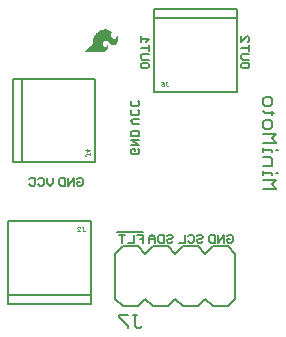
<source format=gbr>
G04 EAGLE Gerber RS-274X export*
G75*
%MOMM*%
%FSLAX34Y34*%
%LPD*%
%INSilkscreen Bottom*%
%IPPOS*%
%AMOC8*
5,1,8,0,0,1.08239X$1,22.5*%
G01*
%ADD10C,0.127000*%
%ADD11C,0.203200*%
%ADD12C,0.025400*%
%ADD13C,0.152400*%

G36*
X78694Y215777D02*
X78694Y215777D01*
X78700Y215775D01*
X79531Y215845D01*
X79542Y215851D01*
X79557Y215850D01*
X80356Y216090D01*
X80366Y216098D01*
X80380Y216100D01*
X81112Y216501D01*
X81120Y216511D01*
X81133Y216516D01*
X81683Y216986D01*
X81688Y216997D01*
X81700Y217004D01*
X82145Y217574D01*
X82148Y217586D01*
X82158Y217596D01*
X82479Y218244D01*
X82480Y218256D01*
X82488Y218268D01*
X82672Y218967D01*
X82671Y218978D01*
X82676Y218989D01*
X82749Y219929D01*
X82747Y219938D01*
X82750Y219945D01*
X82749Y219947D01*
X82749Y219949D01*
X82676Y220889D01*
X82674Y220893D01*
X82675Y220899D01*
X82599Y221382D01*
X82574Y221421D01*
X82553Y221461D01*
X82549Y221462D01*
X82547Y221465D01*
X82502Y221475D01*
X82458Y221487D01*
X82454Y221485D01*
X82450Y221486D01*
X82412Y221461D01*
X82373Y221438D01*
X82372Y221433D01*
X82369Y221431D01*
X82360Y221390D01*
X82348Y221350D01*
X82364Y221192D01*
X82336Y221054D01*
X82265Y220921D01*
X81666Y220097D01*
X81600Y220029D01*
X81552Y219979D01*
X81414Y219907D01*
X80999Y219814D01*
X80571Y219814D01*
X80155Y219907D01*
X79751Y220113D01*
X79423Y220426D01*
X79058Y221032D01*
X78851Y221710D01*
X78816Y222421D01*
X78913Y223031D01*
X79111Y223617D01*
X79404Y224160D01*
X79769Y224585D01*
X80229Y224900D01*
X80754Y225086D01*
X81310Y225129D01*
X81858Y225027D01*
X82361Y224787D01*
X82796Y224417D01*
X84337Y222964D01*
X84347Y222961D01*
X84353Y222952D01*
X86111Y221765D01*
X86124Y221763D01*
X86134Y221753D01*
X86822Y221473D01*
X86837Y221474D01*
X86852Y221465D01*
X87587Y221366D01*
X87602Y221370D01*
X87619Y221365D01*
X88356Y221452D01*
X88369Y221460D01*
X88387Y221460D01*
X89079Y221727D01*
X89090Y221738D01*
X89107Y221742D01*
X89710Y222173D01*
X89717Y222184D01*
X89729Y222189D01*
X89907Y222378D01*
X89908Y222378D01*
X90146Y222631D01*
X90147Y222631D01*
X90385Y222883D01*
X90387Y222885D01*
X90390Y222893D01*
X90398Y222898D01*
X90958Y223675D01*
X90961Y223685D01*
X90969Y223693D01*
X91357Y224473D01*
X91358Y224485D01*
X91366Y224496D01*
X91597Y225336D01*
X91596Y225348D01*
X91602Y225360D01*
X91668Y226228D01*
X91664Y226239D01*
X91668Y226250D01*
X91582Y227150D01*
X91578Y227159D01*
X91579Y227169D01*
X91359Y228047D01*
X91353Y228055D01*
X91352Y228067D01*
X91251Y228295D01*
X91099Y228651D01*
X91099Y228652D01*
X90878Y229156D01*
X90867Y229166D01*
X90862Y229183D01*
X90524Y229618D01*
X90517Y229621D01*
X90513Y229629D01*
X90488Y229654D01*
X90488Y229655D01*
X90487Y229657D01*
X90395Y229692D01*
X90306Y229651D01*
X90273Y229566D01*
X90273Y228963D01*
X90216Y228452D01*
X90077Y227962D01*
X89822Y227481D01*
X89452Y227086D01*
X88992Y226800D01*
X88473Y226643D01*
X88170Y226631D01*
X87870Y226690D01*
X87376Y226896D01*
X86918Y227179D01*
X86508Y227530D01*
X86154Y227942D01*
X85503Y228844D01*
X85254Y229332D01*
X85156Y229862D01*
X85214Y230400D01*
X85279Y230574D01*
X85527Y230935D01*
X85867Y231209D01*
X85970Y231253D01*
X86090Y231269D01*
X86970Y231269D01*
X87011Y231286D01*
X87053Y231300D01*
X87056Y231305D01*
X87061Y231307D01*
X87077Y231348D01*
X87096Y231388D01*
X87094Y231394D01*
X87096Y231399D01*
X87084Y231426D01*
X87068Y231475D01*
X86147Y232601D01*
X86135Y232607D01*
X86128Y232619D01*
X84991Y233526D01*
X84980Y233529D01*
X84972Y233538D01*
X84038Y234040D01*
X84028Y234041D01*
X84020Y234047D01*
X83023Y234405D01*
X83013Y234405D01*
X83004Y234410D01*
X81965Y234617D01*
X81954Y234615D01*
X81944Y234619D01*
X80016Y234680D01*
X80005Y234675D01*
X79993Y234678D01*
X78086Y234390D01*
X78076Y234384D01*
X78064Y234384D01*
X76240Y233756D01*
X76231Y233749D01*
X76219Y233747D01*
X74538Y232800D01*
X74532Y232792D01*
X74521Y232789D01*
X73414Y231904D01*
X73411Y231899D01*
X73406Y231896D01*
X73405Y231894D01*
X73401Y231892D01*
X73048Y231518D01*
X72572Y231013D01*
X72429Y230861D01*
X72426Y230853D01*
X72418Y230847D01*
X71601Y229690D01*
X71599Y229680D01*
X71591Y229672D01*
X70991Y228442D01*
X70990Y228431D01*
X70982Y228421D01*
X70614Y227102D01*
X70616Y227091D01*
X70610Y227080D01*
X70486Y225716D01*
X70488Y225711D01*
X70486Y225705D01*
X70486Y223430D01*
X70421Y223062D01*
X70294Y222711D01*
X69705Y221721D01*
X68923Y220867D01*
X63441Y215995D01*
X63439Y215991D01*
X63434Y215989D01*
X63418Y215947D01*
X63399Y215906D01*
X63401Y215902D01*
X63399Y215897D01*
X63418Y215856D01*
X63433Y215814D01*
X63438Y215812D01*
X63440Y215808D01*
X63513Y215779D01*
X63524Y215775D01*
X63525Y215775D01*
X78689Y215775D01*
X78694Y215777D01*
G37*
D10*
X112826Y63373D02*
X90374Y63373D01*
X112191Y60839D02*
X112191Y53975D01*
X112191Y60839D02*
X107615Y60839D01*
X109903Y57407D02*
X112191Y57407D01*
X104707Y60839D02*
X104707Y53975D01*
X100131Y53975D01*
X94935Y53975D02*
X94935Y60839D01*
X97223Y60839D02*
X92647Y60839D01*
X133015Y59695D02*
X134159Y60839D01*
X136447Y60839D01*
X137591Y59695D01*
X137591Y58551D01*
X136447Y57407D01*
X134159Y57407D01*
X133015Y56263D01*
X133015Y55119D01*
X134159Y53975D01*
X136447Y53975D01*
X137591Y55119D01*
X130107Y53975D02*
X130107Y60839D01*
X130107Y53975D02*
X126675Y53975D01*
X125531Y55119D01*
X125531Y59695D01*
X126675Y60839D01*
X130107Y60839D01*
X122623Y58551D02*
X122623Y53975D01*
X122623Y58551D02*
X120335Y60839D01*
X118047Y58551D01*
X118047Y53975D01*
X118047Y57407D02*
X122623Y57407D01*
X158415Y59695D02*
X159559Y60839D01*
X161847Y60839D01*
X162991Y59695D01*
X162991Y58551D01*
X161847Y57407D01*
X159559Y57407D01*
X158415Y56263D01*
X158415Y55119D01*
X159559Y53975D01*
X161847Y53975D01*
X162991Y55119D01*
X152075Y60839D02*
X150931Y59695D01*
X152075Y60839D02*
X154363Y60839D01*
X155507Y59695D01*
X155507Y55119D01*
X154363Y53975D01*
X152075Y53975D01*
X150931Y55119D01*
X148023Y53975D02*
X148023Y60839D01*
X148023Y53975D02*
X143447Y53975D01*
X183815Y59695D02*
X184959Y60839D01*
X187247Y60839D01*
X188391Y59695D01*
X188391Y55119D01*
X187247Y53975D01*
X184959Y53975D01*
X183815Y55119D01*
X183815Y57407D01*
X186103Y57407D01*
X180907Y53975D02*
X180907Y60839D01*
X176331Y53975D01*
X176331Y60839D01*
X173423Y60839D02*
X173423Y53975D01*
X169991Y53975D01*
X168847Y55119D01*
X168847Y59695D01*
X169991Y60839D01*
X173423Y60839D01*
X109099Y132541D02*
X107955Y133685D01*
X109099Y132541D02*
X109099Y130253D01*
X107955Y129109D01*
X103379Y129109D01*
X102235Y130253D01*
X102235Y132541D01*
X103379Y133685D01*
X105667Y133685D01*
X105667Y131397D01*
X102235Y136593D02*
X109099Y136593D01*
X102235Y141169D01*
X109099Y141169D01*
X109099Y144077D02*
X102235Y144077D01*
X102235Y147509D01*
X103379Y148653D01*
X107955Y148653D01*
X109099Y147509D01*
X109099Y144077D01*
X109099Y154509D02*
X104523Y154509D01*
X102235Y156797D01*
X104523Y159085D01*
X109099Y159085D01*
X109099Y165425D02*
X107955Y166569D01*
X109099Y165425D02*
X109099Y163137D01*
X107955Y161993D01*
X103379Y161993D01*
X102235Y163137D01*
X102235Y165425D01*
X103379Y166569D01*
X109099Y172909D02*
X107955Y174053D01*
X109099Y172909D02*
X109099Y170621D01*
X107955Y169477D01*
X103379Y169477D01*
X102235Y170621D01*
X102235Y172909D01*
X103379Y174053D01*
X117481Y202711D02*
X117481Y204999D01*
X117481Y202711D02*
X116337Y201567D01*
X111761Y201567D01*
X110617Y202711D01*
X110617Y204999D01*
X111761Y206143D01*
X116337Y206143D01*
X117481Y204999D01*
X117481Y209051D02*
X111761Y209051D01*
X110617Y210195D01*
X110617Y212483D01*
X111761Y213627D01*
X117481Y213627D01*
X117481Y218823D02*
X110617Y218823D01*
X117481Y216535D02*
X117481Y221111D01*
X115193Y224019D02*
X117481Y226307D01*
X110617Y226307D01*
X110617Y224019D02*
X110617Y228595D01*
X202571Y204999D02*
X202571Y202711D01*
X201427Y201567D01*
X196851Y201567D01*
X195707Y202711D01*
X195707Y204999D01*
X196851Y206143D01*
X201427Y206143D01*
X202571Y204999D01*
X202571Y209051D02*
X196851Y209051D01*
X195707Y210195D01*
X195707Y212483D01*
X196851Y213627D01*
X202571Y213627D01*
X202571Y218823D02*
X195707Y218823D01*
X202571Y216535D02*
X202571Y221111D01*
X195707Y224019D02*
X195707Y228595D01*
X195707Y224019D02*
X200283Y228595D01*
X201427Y228595D01*
X202571Y227451D01*
X202571Y225163D01*
X201427Y224019D01*
X57959Y109099D02*
X56815Y107955D01*
X57959Y109099D02*
X60247Y109099D01*
X61391Y107955D01*
X61391Y103379D01*
X60247Y102235D01*
X57959Y102235D01*
X56815Y103379D01*
X56815Y105667D01*
X59103Y105667D01*
X53907Y102235D02*
X53907Y109099D01*
X49331Y102235D01*
X49331Y109099D01*
X46423Y109099D02*
X46423Y102235D01*
X42991Y102235D01*
X41847Y103379D01*
X41847Y107955D01*
X42991Y109099D01*
X46423Y109099D01*
X35991Y109099D02*
X35991Y104523D01*
X33703Y102235D01*
X31415Y104523D01*
X31415Y109099D01*
X25075Y109099D02*
X23931Y107955D01*
X25075Y109099D02*
X27363Y109099D01*
X28507Y107955D01*
X28507Y103379D01*
X27363Y102235D01*
X25075Y102235D01*
X23931Y103379D01*
X17591Y109099D02*
X16447Y107955D01*
X17591Y109099D02*
X19879Y109099D01*
X21023Y107955D01*
X21023Y103379D01*
X19879Y102235D01*
X17591Y102235D01*
X16447Y103379D01*
D11*
X214376Y99787D02*
X225053Y99787D01*
X221494Y103346D01*
X225053Y106905D01*
X214376Y106905D01*
X221494Y111481D02*
X221494Y113261D01*
X214376Y113261D01*
X214376Y115040D02*
X214376Y111481D01*
X225053Y113261D02*
X226833Y113261D01*
X221494Y119277D02*
X214376Y119277D01*
X221494Y119277D02*
X221494Y124616D01*
X219715Y126395D01*
X214376Y126395D01*
X221494Y130971D02*
X221494Y132750D01*
X214376Y132750D01*
X214376Y130971D02*
X214376Y134530D01*
X225053Y132750D02*
X226833Y132750D01*
X225053Y138767D02*
X214376Y138767D01*
X221494Y142326D02*
X225053Y138767D01*
X221494Y142326D02*
X225053Y145885D01*
X214376Y145885D01*
X214376Y152240D02*
X214376Y155799D01*
X216156Y157579D01*
X219715Y157579D01*
X221494Y155799D01*
X221494Y152240D01*
X219715Y150461D01*
X216156Y150461D01*
X214376Y152240D01*
X216156Y163934D02*
X223274Y163934D01*
X216156Y163934D02*
X214376Y165714D01*
X221494Y165714D02*
X221494Y162155D01*
X214376Y171730D02*
X214376Y175289D01*
X216156Y177069D01*
X219715Y177069D01*
X221494Y175289D01*
X221494Y171730D01*
X219715Y169951D01*
X216156Y169951D01*
X214376Y171730D01*
X192200Y181900D02*
X122200Y181900D01*
X192200Y181900D02*
X192200Y243900D01*
X192200Y251900D01*
X122200Y251900D01*
X122200Y243900D01*
X122200Y181900D01*
X122200Y243900D02*
X192200Y243900D01*
D12*
X134357Y187199D02*
X133722Y186563D01*
X133086Y186563D01*
X132451Y187199D01*
X132451Y190376D01*
X133086Y190376D02*
X131815Y190376D01*
X129344Y189741D02*
X128073Y190376D01*
X129344Y189741D02*
X130615Y188470D01*
X130615Y187199D01*
X129980Y186563D01*
X128708Y186563D01*
X128073Y187199D01*
X128073Y187834D01*
X128708Y188470D01*
X130615Y188470D01*
D13*
X95250Y50800D02*
X88900Y44450D01*
X107950Y50800D02*
X114300Y44450D01*
X120650Y50800D01*
X133350Y50800D02*
X139700Y44450D01*
X146050Y50800D01*
X158750Y50800D02*
X165100Y44450D01*
X171450Y50800D01*
X184150Y50800D02*
X190500Y44450D01*
X88900Y44450D02*
X88900Y6350D01*
X95250Y0D01*
X107950Y0D01*
X114300Y6350D01*
X120650Y0D01*
X133350Y0D01*
X139700Y6350D01*
X146050Y0D01*
X158750Y0D01*
X165100Y6350D01*
X171450Y0D01*
X184150Y0D01*
X190500Y6350D01*
X190500Y44450D01*
X184150Y50800D02*
X171450Y50800D01*
X158750Y50800D02*
X146050Y50800D01*
X133350Y50800D02*
X120650Y50800D01*
X107950Y50800D02*
X95250Y50800D01*
D10*
X111653Y-16508D02*
X109746Y-18415D01*
X107840Y-18415D01*
X105933Y-16508D01*
X105933Y-6975D01*
X107840Y-6975D02*
X104026Y-6975D01*
X99959Y-6975D02*
X92333Y-6975D01*
X92333Y-8882D01*
X99959Y-16508D01*
X99959Y-18415D01*
D11*
X68300Y72100D02*
X-1700Y72100D01*
X-1700Y10100D01*
X-1700Y2100D01*
X68300Y2100D01*
X68300Y10100D01*
X68300Y72100D01*
X68300Y10100D02*
X-1700Y10100D01*
D12*
X62737Y63627D02*
X63373Y64263D01*
X62737Y63627D02*
X62102Y63627D01*
X61466Y64263D01*
X61466Y67440D01*
X60831Y67440D02*
X62102Y67440D01*
X59631Y63627D02*
X57089Y63627D01*
X59631Y63627D02*
X57089Y66169D01*
X57089Y66805D01*
X57724Y67440D01*
X58995Y67440D01*
X59631Y66805D01*
D11*
X72100Y122200D02*
X72100Y192200D01*
X10100Y192200D01*
X2100Y192200D01*
X2100Y122200D01*
X10100Y122200D01*
X72100Y122200D01*
X10100Y122200D02*
X10100Y192200D01*
D12*
X63627Y127763D02*
X64263Y127127D01*
X63627Y127763D02*
X63627Y128398D01*
X64263Y129034D01*
X67440Y129034D01*
X67440Y129669D02*
X67440Y128398D01*
X67440Y132776D02*
X63627Y132776D01*
X65534Y130869D02*
X67440Y132776D01*
X65534Y133411D02*
X65534Y130869D01*
M02*

</source>
